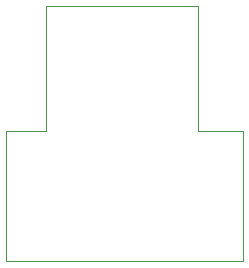
<source format=gbr>
G04 #@! TF.GenerationSoftware,KiCad,Pcbnew,(5.1.8)-1*
G04 #@! TF.CreationDate,2021-02-09T21:39:22+01:00*
G04 #@! TF.ProjectId,sensor_u,73656e73-6f72-45f7-952e-6b696361645f,rev?*
G04 #@! TF.SameCoordinates,Original*
G04 #@! TF.FileFunction,Profile,NP*
%FSLAX46Y46*%
G04 Gerber Fmt 4.6, Leading zero omitted, Abs format (unit mm)*
G04 Created by KiCad (PCBNEW (5.1.8)-1) date 2021-02-09 21:39:22*
%MOMM*%
%LPD*%
G01*
G04 APERTURE LIST*
G04 #@! TA.AperFunction,Profile*
%ADD10C,0.050000*%
G04 #@! TD*
G04 APERTURE END LIST*
D10*
X76504800Y-77089000D02*
X76504800Y-66497200D01*
X60248800Y-77087200D02*
X63627000Y-77089000D01*
X80264000Y-77087200D02*
X76504800Y-77089000D01*
X63627000Y-77089000D02*
X63627000Y-66497200D01*
X63627000Y-66497200D02*
X76504800Y-66497200D01*
X60248800Y-77087200D02*
X60248800Y-88087200D01*
X80264000Y-88087200D02*
X80264000Y-77087200D01*
X60248800Y-88087200D02*
X80264000Y-88087200D01*
M02*

</source>
